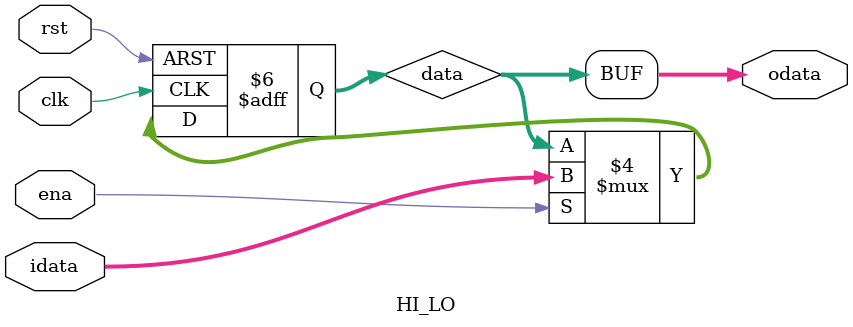
<source format=v>
`timescale 1ns / 1ps


module HI_LO(
    input clk,  
    input rst,  
    input ena,  
    input [31:0] idata,   
    output [31:0] odata  
    );
    reg [31:0] data;

    always @ (negedge clk or posedge rst) 
    begin
        if (rst == 1)
            data = 32'h00000000; 
        else if (ena)
            data = idata;
    end

    assign odata = data;
endmodule

</source>
